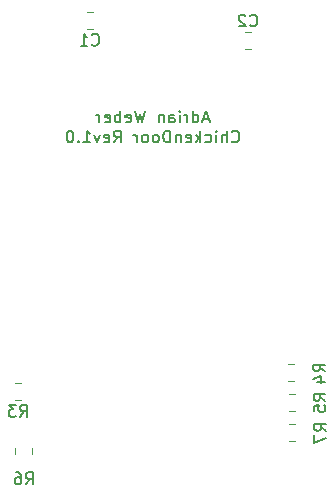
<source format=gbr>
%TF.GenerationSoftware,KiCad,Pcbnew,5.1.6-c6e7f7d~86~ubuntu18.04.1*%
%TF.CreationDate,2020-07-11T09:23:51+02:00*%
%TF.ProjectId,chickenDoor,63686963-6b65-46e4-946f-6f722e6b6963,rev?*%
%TF.SameCoordinates,Original*%
%TF.FileFunction,Legend,Bot*%
%TF.FilePolarity,Positive*%
%FSLAX46Y46*%
G04 Gerber Fmt 4.6, Leading zero omitted, Abs format (unit mm)*
G04 Created by KiCad (PCBNEW 5.1.6-c6e7f7d~86~ubuntu18.04.1) date 2020-07-11 09:23:51*
%MOMM*%
%LPD*%
G01*
G04 APERTURE LIST*
%ADD10C,0.200000*%
%ADD11C,0.120000*%
%ADD12C,0.150000*%
G04 APERTURE END LIST*
D10*
X128924285Y-68886666D02*
X128448095Y-68886666D01*
X129019523Y-69172380D02*
X128686190Y-68172380D01*
X128352857Y-69172380D01*
X127590952Y-69172380D02*
X127590952Y-68172380D01*
X127590952Y-69124761D02*
X127686190Y-69172380D01*
X127876666Y-69172380D01*
X127971904Y-69124761D01*
X128019523Y-69077142D01*
X128067142Y-68981904D01*
X128067142Y-68696190D01*
X128019523Y-68600952D01*
X127971904Y-68553333D01*
X127876666Y-68505714D01*
X127686190Y-68505714D01*
X127590952Y-68553333D01*
X127114761Y-69172380D02*
X127114761Y-68505714D01*
X127114761Y-68696190D02*
X127067142Y-68600952D01*
X127019523Y-68553333D01*
X126924285Y-68505714D01*
X126829047Y-68505714D01*
X126495714Y-69172380D02*
X126495714Y-68505714D01*
X126495714Y-68172380D02*
X126543333Y-68220000D01*
X126495714Y-68267619D01*
X126448095Y-68220000D01*
X126495714Y-68172380D01*
X126495714Y-68267619D01*
X125590952Y-69172380D02*
X125590952Y-68648571D01*
X125638571Y-68553333D01*
X125733809Y-68505714D01*
X125924285Y-68505714D01*
X126019523Y-68553333D01*
X125590952Y-69124761D02*
X125686190Y-69172380D01*
X125924285Y-69172380D01*
X126019523Y-69124761D01*
X126067142Y-69029523D01*
X126067142Y-68934285D01*
X126019523Y-68839047D01*
X125924285Y-68791428D01*
X125686190Y-68791428D01*
X125590952Y-68743809D01*
X125114761Y-68505714D02*
X125114761Y-69172380D01*
X125114761Y-68600952D02*
X125067142Y-68553333D01*
X124971904Y-68505714D01*
X124829047Y-68505714D01*
X124733809Y-68553333D01*
X124686190Y-68648571D01*
X124686190Y-69172380D01*
X123543333Y-68172380D02*
X123305238Y-69172380D01*
X123114761Y-68458095D01*
X122924285Y-69172380D01*
X122686190Y-68172380D01*
X121924285Y-69124761D02*
X122019523Y-69172380D01*
X122210000Y-69172380D01*
X122305238Y-69124761D01*
X122352857Y-69029523D01*
X122352857Y-68648571D01*
X122305238Y-68553333D01*
X122210000Y-68505714D01*
X122019523Y-68505714D01*
X121924285Y-68553333D01*
X121876666Y-68648571D01*
X121876666Y-68743809D01*
X122352857Y-68839047D01*
X121448095Y-69172380D02*
X121448095Y-68172380D01*
X121448095Y-68553333D02*
X121352857Y-68505714D01*
X121162380Y-68505714D01*
X121067142Y-68553333D01*
X121019523Y-68600952D01*
X120971904Y-68696190D01*
X120971904Y-68981904D01*
X121019523Y-69077142D01*
X121067142Y-69124761D01*
X121162380Y-69172380D01*
X121352857Y-69172380D01*
X121448095Y-69124761D01*
X120162380Y-69124761D02*
X120257619Y-69172380D01*
X120448095Y-69172380D01*
X120543333Y-69124761D01*
X120590952Y-69029523D01*
X120590952Y-68648571D01*
X120543333Y-68553333D01*
X120448095Y-68505714D01*
X120257619Y-68505714D01*
X120162380Y-68553333D01*
X120114761Y-68648571D01*
X120114761Y-68743809D01*
X120590952Y-68839047D01*
X119686190Y-69172380D02*
X119686190Y-68505714D01*
X119686190Y-68696190D02*
X119638571Y-68600952D01*
X119590952Y-68553333D01*
X119495714Y-68505714D01*
X119400476Y-68505714D01*
X130900476Y-70777142D02*
X130948095Y-70824761D01*
X131090952Y-70872380D01*
X131186190Y-70872380D01*
X131329047Y-70824761D01*
X131424285Y-70729523D01*
X131471904Y-70634285D01*
X131519523Y-70443809D01*
X131519523Y-70300952D01*
X131471904Y-70110476D01*
X131424285Y-70015238D01*
X131329047Y-69920000D01*
X131186190Y-69872380D01*
X131090952Y-69872380D01*
X130948095Y-69920000D01*
X130900476Y-69967619D01*
X130471904Y-70872380D02*
X130471904Y-69872380D01*
X130043333Y-70872380D02*
X130043333Y-70348571D01*
X130090952Y-70253333D01*
X130186190Y-70205714D01*
X130329047Y-70205714D01*
X130424285Y-70253333D01*
X130471904Y-70300952D01*
X129567142Y-70872380D02*
X129567142Y-70205714D01*
X129567142Y-69872380D02*
X129614761Y-69920000D01*
X129567142Y-69967619D01*
X129519523Y-69920000D01*
X129567142Y-69872380D01*
X129567142Y-69967619D01*
X128662380Y-70824761D02*
X128757619Y-70872380D01*
X128948095Y-70872380D01*
X129043333Y-70824761D01*
X129090952Y-70777142D01*
X129138571Y-70681904D01*
X129138571Y-70396190D01*
X129090952Y-70300952D01*
X129043333Y-70253333D01*
X128948095Y-70205714D01*
X128757619Y-70205714D01*
X128662380Y-70253333D01*
X128233809Y-70872380D02*
X128233809Y-69872380D01*
X128138571Y-70491428D02*
X127852857Y-70872380D01*
X127852857Y-70205714D02*
X128233809Y-70586666D01*
X127043333Y-70824761D02*
X127138571Y-70872380D01*
X127329047Y-70872380D01*
X127424285Y-70824761D01*
X127471904Y-70729523D01*
X127471904Y-70348571D01*
X127424285Y-70253333D01*
X127329047Y-70205714D01*
X127138571Y-70205714D01*
X127043333Y-70253333D01*
X126995714Y-70348571D01*
X126995714Y-70443809D01*
X127471904Y-70539047D01*
X126567142Y-70205714D02*
X126567142Y-70872380D01*
X126567142Y-70300952D02*
X126519523Y-70253333D01*
X126424285Y-70205714D01*
X126281428Y-70205714D01*
X126186190Y-70253333D01*
X126138571Y-70348571D01*
X126138571Y-70872380D01*
X125662380Y-70872380D02*
X125662380Y-69872380D01*
X125424285Y-69872380D01*
X125281428Y-69920000D01*
X125186190Y-70015238D01*
X125138571Y-70110476D01*
X125090952Y-70300952D01*
X125090952Y-70443809D01*
X125138571Y-70634285D01*
X125186190Y-70729523D01*
X125281428Y-70824761D01*
X125424285Y-70872380D01*
X125662380Y-70872380D01*
X124519523Y-70872380D02*
X124614761Y-70824761D01*
X124662380Y-70777142D01*
X124710000Y-70681904D01*
X124710000Y-70396190D01*
X124662380Y-70300952D01*
X124614761Y-70253333D01*
X124519523Y-70205714D01*
X124376666Y-70205714D01*
X124281428Y-70253333D01*
X124233809Y-70300952D01*
X124186190Y-70396190D01*
X124186190Y-70681904D01*
X124233809Y-70777142D01*
X124281428Y-70824761D01*
X124376666Y-70872380D01*
X124519523Y-70872380D01*
X123614761Y-70872380D02*
X123710000Y-70824761D01*
X123757619Y-70777142D01*
X123805238Y-70681904D01*
X123805238Y-70396190D01*
X123757619Y-70300952D01*
X123710000Y-70253333D01*
X123614761Y-70205714D01*
X123471904Y-70205714D01*
X123376666Y-70253333D01*
X123329047Y-70300952D01*
X123281428Y-70396190D01*
X123281428Y-70681904D01*
X123329047Y-70777142D01*
X123376666Y-70824761D01*
X123471904Y-70872380D01*
X123614761Y-70872380D01*
X122852857Y-70872380D02*
X122852857Y-70205714D01*
X122852857Y-70396190D02*
X122805238Y-70300952D01*
X122757619Y-70253333D01*
X122662380Y-70205714D01*
X122567142Y-70205714D01*
X120900476Y-70872380D02*
X121233809Y-70396190D01*
X121471904Y-70872380D02*
X121471904Y-69872380D01*
X121090952Y-69872380D01*
X120995714Y-69920000D01*
X120948095Y-69967619D01*
X120900476Y-70062857D01*
X120900476Y-70205714D01*
X120948095Y-70300952D01*
X120995714Y-70348571D01*
X121090952Y-70396190D01*
X121471904Y-70396190D01*
X120090952Y-70824761D02*
X120186190Y-70872380D01*
X120376666Y-70872380D01*
X120471904Y-70824761D01*
X120519523Y-70729523D01*
X120519523Y-70348571D01*
X120471904Y-70253333D01*
X120376666Y-70205714D01*
X120186190Y-70205714D01*
X120090952Y-70253333D01*
X120043333Y-70348571D01*
X120043333Y-70443809D01*
X120519523Y-70539047D01*
X119710000Y-70205714D02*
X119471904Y-70872380D01*
X119233809Y-70205714D01*
X118329047Y-70872380D02*
X118900476Y-70872380D01*
X118614761Y-70872380D02*
X118614761Y-69872380D01*
X118710000Y-70015238D01*
X118805238Y-70110476D01*
X118900476Y-70158095D01*
X117900476Y-70777142D02*
X117852857Y-70824761D01*
X117900476Y-70872380D01*
X117948095Y-70824761D01*
X117900476Y-70777142D01*
X117900476Y-70872380D01*
X117233809Y-69872380D02*
X117138571Y-69872380D01*
X117043333Y-69920000D01*
X116995714Y-69967619D01*
X116948095Y-70062857D01*
X116900476Y-70253333D01*
X116900476Y-70491428D01*
X116948095Y-70681904D01*
X116995714Y-70777142D01*
X117043333Y-70824761D01*
X117138571Y-70872380D01*
X117233809Y-70872380D01*
X117329047Y-70824761D01*
X117376666Y-70777142D01*
X117424285Y-70681904D01*
X117471904Y-70491428D01*
X117471904Y-70253333D01*
X117424285Y-70062857D01*
X117376666Y-69967619D01*
X117329047Y-69920000D01*
X117233809Y-69872380D01*
D11*
%TO.C,C1*%
X118618922Y-59860000D02*
X119136078Y-59860000D01*
X118618922Y-61280000D02*
X119136078Y-61280000D01*
%TO.C,C2*%
X132521078Y-61540000D02*
X132003922Y-61540000D01*
X132521078Y-62960000D02*
X132003922Y-62960000D01*
%TO.C,R3*%
X112543922Y-91280000D02*
X113061078Y-91280000D01*
X112543922Y-92700000D02*
X113061078Y-92700000D01*
%TO.C,R4*%
X136176078Y-91060000D02*
X135658922Y-91060000D01*
X136176078Y-89640000D02*
X135658922Y-89640000D01*
%TO.C,R5*%
X135711422Y-93570000D02*
X136228578Y-93570000D01*
X135711422Y-92150000D02*
X136228578Y-92150000D01*
%TO.C,R6*%
X112560000Y-97261078D02*
X112560000Y-96743922D01*
X113980000Y-97261078D02*
X113980000Y-96743922D01*
%TO.C,R7*%
X135763922Y-94740000D02*
X136281078Y-94740000D01*
X135763922Y-96160000D02*
X136281078Y-96160000D01*
%TO.C,C1*%
D12*
X119044166Y-62577142D02*
X119091785Y-62624761D01*
X119234642Y-62672380D01*
X119329880Y-62672380D01*
X119472738Y-62624761D01*
X119567976Y-62529523D01*
X119615595Y-62434285D01*
X119663214Y-62243809D01*
X119663214Y-62100952D01*
X119615595Y-61910476D01*
X119567976Y-61815238D01*
X119472738Y-61720000D01*
X119329880Y-61672380D01*
X119234642Y-61672380D01*
X119091785Y-61720000D01*
X119044166Y-61767619D01*
X118091785Y-62672380D02*
X118663214Y-62672380D01*
X118377500Y-62672380D02*
X118377500Y-61672380D01*
X118472738Y-61815238D01*
X118567976Y-61910476D01*
X118663214Y-61958095D01*
%TO.C,C2*%
X132429166Y-60957142D02*
X132476785Y-61004761D01*
X132619642Y-61052380D01*
X132714880Y-61052380D01*
X132857738Y-61004761D01*
X132952976Y-60909523D01*
X133000595Y-60814285D01*
X133048214Y-60623809D01*
X133048214Y-60480952D01*
X133000595Y-60290476D01*
X132952976Y-60195238D01*
X132857738Y-60100000D01*
X132714880Y-60052380D01*
X132619642Y-60052380D01*
X132476785Y-60100000D01*
X132429166Y-60147619D01*
X132048214Y-60147619D02*
X132000595Y-60100000D01*
X131905357Y-60052380D01*
X131667261Y-60052380D01*
X131572023Y-60100000D01*
X131524404Y-60147619D01*
X131476785Y-60242857D01*
X131476785Y-60338095D01*
X131524404Y-60480952D01*
X132095833Y-61052380D01*
X131476785Y-61052380D01*
%TO.C,R3*%
X112969166Y-94092380D02*
X113302500Y-93616190D01*
X113540595Y-94092380D02*
X113540595Y-93092380D01*
X113159642Y-93092380D01*
X113064404Y-93140000D01*
X113016785Y-93187619D01*
X112969166Y-93282857D01*
X112969166Y-93425714D01*
X113016785Y-93520952D01*
X113064404Y-93568571D01*
X113159642Y-93616190D01*
X113540595Y-93616190D01*
X112635833Y-93092380D02*
X112016785Y-93092380D01*
X112350119Y-93473333D01*
X112207261Y-93473333D01*
X112112023Y-93520952D01*
X112064404Y-93568571D01*
X112016785Y-93663809D01*
X112016785Y-93901904D01*
X112064404Y-93997142D01*
X112112023Y-94044761D01*
X112207261Y-94092380D01*
X112492976Y-94092380D01*
X112588214Y-94044761D01*
X112635833Y-93997142D01*
%TO.C,R4*%
X138802380Y-90263333D02*
X138326190Y-89930000D01*
X138802380Y-89691904D02*
X137802380Y-89691904D01*
X137802380Y-90072857D01*
X137850000Y-90168095D01*
X137897619Y-90215714D01*
X137992857Y-90263333D01*
X138135714Y-90263333D01*
X138230952Y-90215714D01*
X138278571Y-90168095D01*
X138326190Y-90072857D01*
X138326190Y-89691904D01*
X138135714Y-91120476D02*
X138802380Y-91120476D01*
X137754761Y-90882380D02*
X138469047Y-90644285D01*
X138469047Y-91263333D01*
%TO.C,R5*%
X138822380Y-92733333D02*
X138346190Y-92400000D01*
X138822380Y-92161904D02*
X137822380Y-92161904D01*
X137822380Y-92542857D01*
X137870000Y-92638095D01*
X137917619Y-92685714D01*
X138012857Y-92733333D01*
X138155714Y-92733333D01*
X138250952Y-92685714D01*
X138298571Y-92638095D01*
X138346190Y-92542857D01*
X138346190Y-92161904D01*
X137822380Y-93638095D02*
X137822380Y-93161904D01*
X138298571Y-93114285D01*
X138250952Y-93161904D01*
X138203333Y-93257142D01*
X138203333Y-93495238D01*
X138250952Y-93590476D01*
X138298571Y-93638095D01*
X138393809Y-93685714D01*
X138631904Y-93685714D01*
X138727142Y-93638095D01*
X138774761Y-93590476D01*
X138822380Y-93495238D01*
X138822380Y-93257142D01*
X138774761Y-93161904D01*
X138727142Y-93114285D01*
%TO.C,R6*%
X113456666Y-99812380D02*
X113790000Y-99336190D01*
X114028095Y-99812380D02*
X114028095Y-98812380D01*
X113647142Y-98812380D01*
X113551904Y-98860000D01*
X113504285Y-98907619D01*
X113456666Y-99002857D01*
X113456666Y-99145714D01*
X113504285Y-99240952D01*
X113551904Y-99288571D01*
X113647142Y-99336190D01*
X114028095Y-99336190D01*
X112599523Y-98812380D02*
X112790000Y-98812380D01*
X112885238Y-98860000D01*
X112932857Y-98907619D01*
X113028095Y-99050476D01*
X113075714Y-99240952D01*
X113075714Y-99621904D01*
X113028095Y-99717142D01*
X112980476Y-99764761D01*
X112885238Y-99812380D01*
X112694761Y-99812380D01*
X112599523Y-99764761D01*
X112551904Y-99717142D01*
X112504285Y-99621904D01*
X112504285Y-99383809D01*
X112551904Y-99288571D01*
X112599523Y-99240952D01*
X112694761Y-99193333D01*
X112885238Y-99193333D01*
X112980476Y-99240952D01*
X113028095Y-99288571D01*
X113075714Y-99383809D01*
%TO.C,R7*%
X138892380Y-95283333D02*
X138416190Y-94950000D01*
X138892380Y-94711904D02*
X137892380Y-94711904D01*
X137892380Y-95092857D01*
X137940000Y-95188095D01*
X137987619Y-95235714D01*
X138082857Y-95283333D01*
X138225714Y-95283333D01*
X138320952Y-95235714D01*
X138368571Y-95188095D01*
X138416190Y-95092857D01*
X138416190Y-94711904D01*
X137892380Y-95616666D02*
X137892380Y-96283333D01*
X138892380Y-95854761D01*
%TD*%
M02*

</source>
